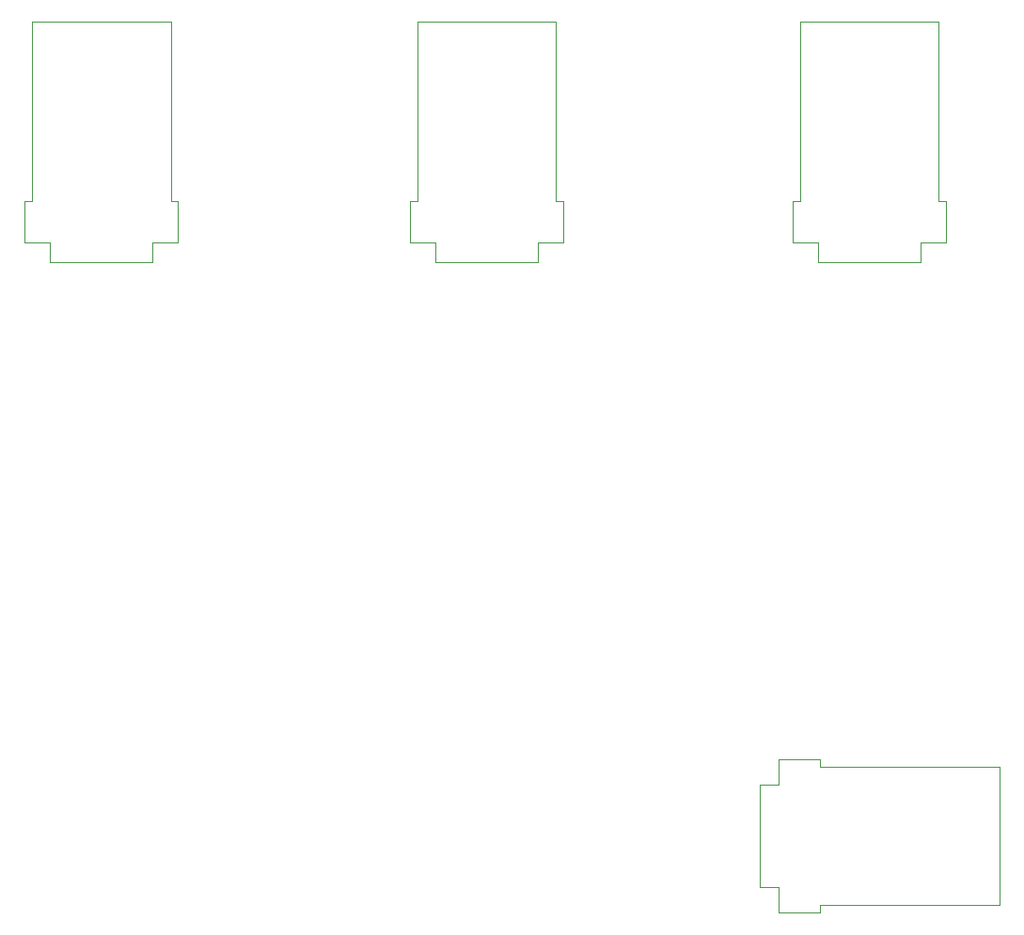
<source format=gbr>
G04 #@! TF.GenerationSoftware,KiCad,Pcbnew,5.1.9-73d0e3b20d~88~ubuntu20.04.1*
G04 #@! TF.CreationDate,2021-06-09T12:04:27-03:00*
G04 #@! TF.ProjectId,adaptador_db15_usb,61646170-7461-4646-9f72-5f646231355f,rev?*
G04 #@! TF.SameCoordinates,Original*
G04 #@! TF.FileFunction,Other,User*
%FSLAX46Y46*%
G04 Gerber Fmt 4.6, Leading zero omitted, Abs format (unit mm)*
G04 Created by KiCad (PCBNEW 5.1.9-73d0e3b20d~88~ubuntu20.04.1) date 2021-06-09 12:04:27*
%MOMM*%
%LPD*%
G01*
G04 APERTURE LIST*
%ADD10C,0.050000*%
G04 APERTURE END LIST*
D10*
X153495000Y-60895000D02*
X153495000Y-64595000D01*
X154145000Y-60895000D02*
X153495000Y-60895000D01*
X154145000Y-44745000D02*
X154145000Y-60895000D01*
X166645000Y-44745000D02*
X154145000Y-44745000D01*
X166645000Y-60895000D02*
X166645000Y-44745000D01*
X167295000Y-60895000D02*
X166645000Y-60895000D01*
X167295000Y-64595000D02*
X167295000Y-60895000D01*
X164995000Y-64595000D02*
X167295000Y-64595000D01*
X164995000Y-66345000D02*
X164995000Y-64595000D01*
X155795000Y-66345000D02*
X164995000Y-66345000D01*
X155795000Y-64595000D02*
X155795000Y-66345000D01*
X153495000Y-64595000D02*
X155795000Y-64595000D01*
X186695000Y-111175000D02*
X186695000Y-113475000D01*
X186695000Y-113475000D02*
X184945000Y-113475000D01*
X184945000Y-113475000D02*
X184945000Y-122675000D01*
X184945000Y-122675000D02*
X186695000Y-122675000D01*
X186695000Y-122675000D02*
X186695000Y-124975000D01*
X186695000Y-124975000D02*
X190395000Y-124975000D01*
X190395000Y-124975000D02*
X190395000Y-124325000D01*
X190395000Y-124325000D02*
X206545000Y-124325000D01*
X206545000Y-124325000D02*
X206545000Y-111825000D01*
X206545000Y-111825000D02*
X190395000Y-111825000D01*
X190395000Y-111825000D02*
X190395000Y-111175000D01*
X190395000Y-111175000D02*
X186695000Y-111175000D01*
X187945000Y-60895000D02*
X187945000Y-64595000D01*
X188595000Y-60895000D02*
X187945000Y-60895000D01*
X188595000Y-44745000D02*
X188595000Y-60895000D01*
X201095000Y-44745000D02*
X188595000Y-44745000D01*
X201095000Y-60895000D02*
X201095000Y-44745000D01*
X201745000Y-60895000D02*
X201095000Y-60895000D01*
X201745000Y-64595000D02*
X201745000Y-60895000D01*
X199445000Y-64595000D02*
X201745000Y-64595000D01*
X199445000Y-66345000D02*
X199445000Y-64595000D01*
X190245000Y-66345000D02*
X199445000Y-66345000D01*
X190245000Y-64595000D02*
X190245000Y-66345000D01*
X187945000Y-64595000D02*
X190245000Y-64595000D01*
X118795000Y-64595000D02*
X121095000Y-64595000D01*
X121095000Y-64595000D02*
X121095000Y-66345000D01*
X121095000Y-66345000D02*
X130295000Y-66345000D01*
X130295000Y-66345000D02*
X130295000Y-64595000D01*
X130295000Y-64595000D02*
X132595000Y-64595000D01*
X132595000Y-64595000D02*
X132595000Y-60895000D01*
X132595000Y-60895000D02*
X131945000Y-60895000D01*
X131945000Y-60895000D02*
X131945000Y-44745000D01*
X131945000Y-44745000D02*
X119445000Y-44745000D01*
X119445000Y-44745000D02*
X119445000Y-60895000D01*
X119445000Y-60895000D02*
X118795000Y-60895000D01*
X118795000Y-60895000D02*
X118795000Y-64595000D01*
M02*

</source>
